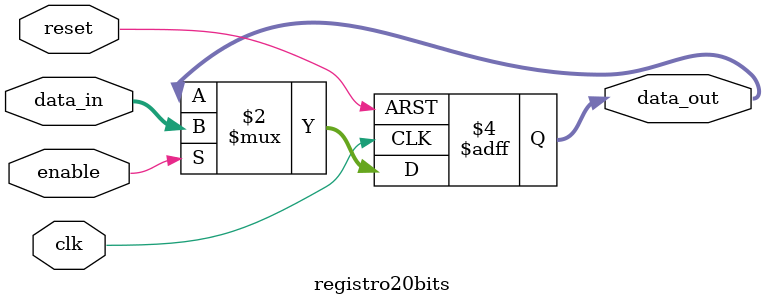
<source format=v>
module registro20bits(clk, reset, data_in, enable, data_out);

input clk, reset, enable;
input [19:0] data_in;
output reg [19:0] data_out;

always @ (posedge clk, posedge reset)
begin
    if (reset)
        data_out <= 8'b0; // Se reinicia el registro a 0
    else if (enable)
        data_out <= data_in; // Se carga el valor de data_in al registro
end

endmodule
</source>
